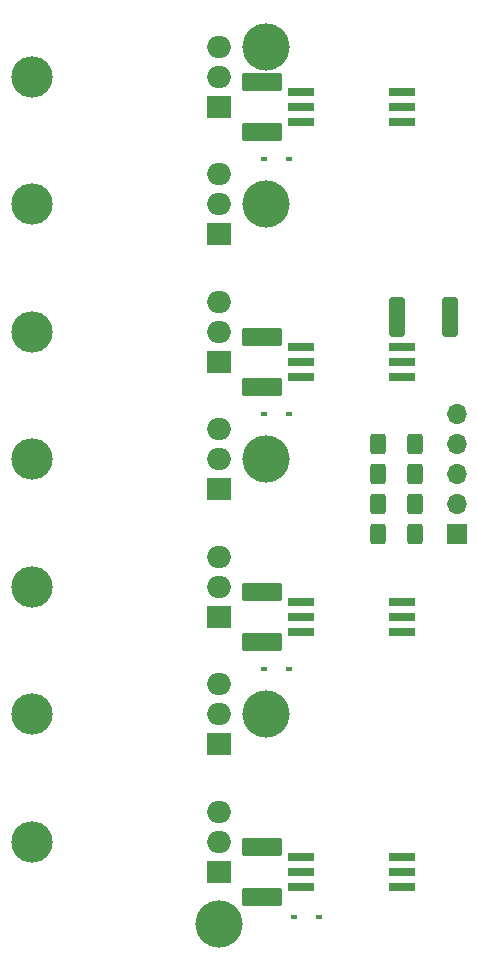
<source format=gbr>
%TF.GenerationSoftware,KiCad,Pcbnew,7.0.5+dfsg-2*%
%TF.CreationDate,2023-06-30T15:01:53+02:00*%
%TF.ProjectId,squeow_mod,73717565-6f77-45f6-9d6f-642e6b696361,rev?*%
%TF.SameCoordinates,PX2cce564PYfbec30*%
%TF.FileFunction,Soldermask,Top*%
%TF.FilePolarity,Negative*%
%FSLAX46Y46*%
G04 Gerber Fmt 4.6, Leading zero omitted, Abs format (unit mm)*
G04 Created by KiCad (PCBNEW 7.0.5+dfsg-2) date 2023-06-30 15:01:53*
%MOMM*%
%LPD*%
G01*
G04 APERTURE LIST*
G04 Aperture macros list*
%AMRoundRect*
0 Rectangle with rounded corners*
0 $1 Rounding radius*
0 $2 $3 $4 $5 $6 $7 $8 $9 X,Y pos of 4 corners*
0 Add a 4 corners polygon primitive as box body*
4,1,4,$2,$3,$4,$5,$6,$7,$8,$9,$2,$3,0*
0 Add four circle primitives for the rounded corners*
1,1,$1+$1,$2,$3*
1,1,$1+$1,$4,$5*
1,1,$1+$1,$6,$7*
1,1,$1+$1,$8,$9*
0 Add four rect primitives between the rounded corners*
20,1,$1+$1,$2,$3,$4,$5,0*
20,1,$1+$1,$4,$5,$6,$7,0*
20,1,$1+$1,$6,$7,$8,$9,0*
20,1,$1+$1,$8,$9,$2,$3,0*%
G04 Aperture macros list end*
%ADD10O,2.000000X1.905000*%
%ADD11R,2.000000X1.905000*%
%ADD12O,3.500000X3.500000*%
%ADD13C,4.000000*%
%ADD14R,2.160000X0.640000*%
%ADD15RoundRect,0.250000X-0.400000X-0.625000X0.400000X-0.625000X0.400000X0.625000X-0.400000X0.625000X0*%
%ADD16RoundRect,0.250000X1.450000X-0.537500X1.450000X0.537500X-1.450000X0.537500X-1.450000X-0.537500X0*%
%ADD17O,1.700000X1.700000*%
%ADD18R,1.700000X1.700000*%
%ADD19R,0.600000X0.450000*%
%ADD20RoundRect,0.250000X-0.400000X-1.450000X0.400000X-1.450000X0.400000X1.450000X-0.400000X1.450000X0*%
G04 APERTURE END LIST*
D10*
%TO.C,D1*%
X3977500Y-56515000D03*
X3977500Y-59055000D03*
D11*
X3977500Y-61595000D03*
D12*
X-11822500Y-59055000D03*
%TD*%
D13*
%TO.C,J3*%
X8017500Y-37465000D03*
%TD*%
D14*
%TO.C,U3*%
X10977500Y-30480000D03*
X10977500Y-29210000D03*
X10977500Y-27940000D03*
X19517500Y-27940000D03*
X19517500Y-29210000D03*
X19517500Y-30480000D03*
%TD*%
D10*
%TO.C,Q3*%
X3977500Y-24130000D03*
X3977500Y-26670000D03*
D11*
X3977500Y-29210000D03*
D12*
X-11822500Y-26670000D03*
%TD*%
D10*
%TO.C,D3*%
X3977500Y-13335000D03*
X3977500Y-15875000D03*
D11*
X3977500Y-18415000D03*
D12*
X-11822500Y-15875000D03*
%TD*%
D15*
%TO.C,R3*%
X20607500Y-38735000D03*
X17507500Y-38735000D03*
%TD*%
D10*
%TO.C,D2*%
X3977500Y-34925000D03*
X3977500Y-37465000D03*
D11*
X3977500Y-40005000D03*
D12*
X-11822500Y-37465000D03*
%TD*%
D16*
%TO.C,C2*%
X7627500Y-48662500D03*
X7627500Y-52937500D03*
%TD*%
%TO.C,C4*%
X7627500Y-5482500D03*
X7627500Y-9757500D03*
%TD*%
D17*
%TO.C,J6*%
X24137500Y-33655000D03*
X24137500Y-36195000D03*
X24137500Y-38735000D03*
X24137500Y-41275000D03*
D18*
X24137500Y-43815000D03*
%TD*%
D13*
%TO.C,J2*%
X8017500Y-59055000D03*
%TD*%
%TO.C,J4*%
X8017500Y-15875000D03*
%TD*%
D19*
%TO.C,D6*%
X9947500Y-33655000D03*
X7847500Y-33655000D03*
%TD*%
D13*
%TO.C,J5*%
X8017500Y-2540000D03*
%TD*%
D19*
%TO.C,D7*%
X9947500Y-12065000D03*
X7847500Y-12065000D03*
%TD*%
D16*
%TO.C,C3*%
X7627500Y-27072500D03*
X7627500Y-31347500D03*
%TD*%
%TO.C,C1*%
X7627500Y-70252500D03*
X7627500Y-74527500D03*
%TD*%
D14*
%TO.C,U4*%
X10977500Y-8890000D03*
X10977500Y-7620000D03*
X10977500Y-6350000D03*
X19517500Y-6350000D03*
X19517500Y-7620000D03*
X19517500Y-8890000D03*
%TD*%
D15*
%TO.C,R4*%
X20607500Y-36195000D03*
X17507500Y-36195000D03*
%TD*%
D10*
%TO.C,Q1*%
X3977500Y-67310000D03*
X3977500Y-69850000D03*
D11*
X3977500Y-72390000D03*
D12*
X-11822500Y-69850000D03*
%TD*%
D14*
%TO.C,U1*%
X10977500Y-73660000D03*
X10977500Y-72390000D03*
X10977500Y-71120000D03*
X19517500Y-71120000D03*
X19517500Y-72390000D03*
X19517500Y-73660000D03*
%TD*%
D19*
%TO.C,D4*%
X12487500Y-76200000D03*
X10387500Y-76200000D03*
%TD*%
D15*
%TO.C,R1*%
X20607500Y-43815000D03*
X17507500Y-43815000D03*
%TD*%
D10*
%TO.C,Q2*%
X3977500Y-45720000D03*
X3977500Y-48260000D03*
D11*
X3977500Y-50800000D03*
D12*
X-11822500Y-48260000D03*
%TD*%
D19*
%TO.C,D5*%
X9947500Y-55245000D03*
X7847500Y-55245000D03*
%TD*%
D13*
%TO.C,J1*%
X4017500Y-76835000D03*
%TD*%
D10*
%TO.C,Q4*%
X3977500Y-2540000D03*
X3977500Y-5080000D03*
D11*
X3977500Y-7620000D03*
D12*
X-11822500Y-5080000D03*
%TD*%
D15*
%TO.C,R2*%
X20607500Y-41275000D03*
X17507500Y-41275000D03*
%TD*%
D20*
%TO.C,R5*%
X23542500Y-25400000D03*
X19092500Y-25400000D03*
%TD*%
D14*
%TO.C,U2*%
X10977500Y-52070000D03*
X10977500Y-50800000D03*
X10977500Y-49530000D03*
X19517500Y-49530000D03*
X19517500Y-50800000D03*
X19517500Y-52070000D03*
%TD*%
M02*

</source>
